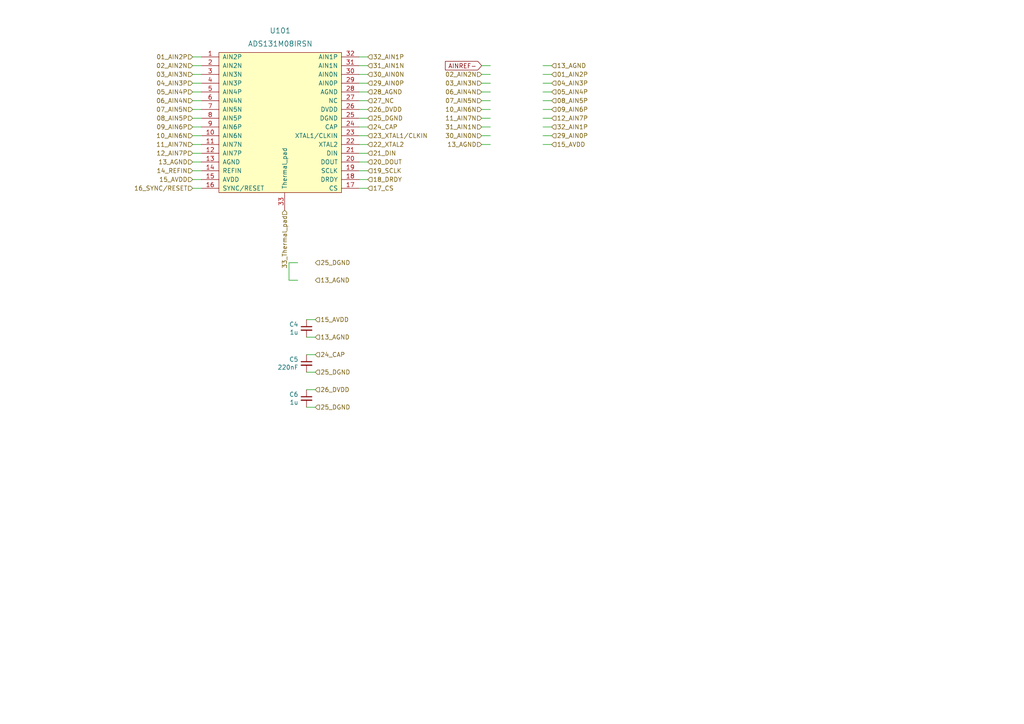
<source format=kicad_sch>
(kicad_sch (version 20210621) (generator eeschema)
  (paper "A4")
  (lib_symbols
    (symbol "FreeEEG32-ads131-rescue:C_Small-Device" (pin_numbers hide) (pin_names (offset 0.254) hide)
      (property "Reference" "C" (at 0.254 1.778 0))
      (property "Value" "C_Small-Device" (at 0.254 -2.032 0))
      (symbol "C_Small-Device_0_1"
        (polyline (pts (xy -1.524 -0.508) (xy 1.524 -0.508)) (stroke (width 0.3302)))
        (polyline (pts (xy -1.524 0.508) (xy 1.524 0.508)) (stroke (width 0.3048)))
      )
      (symbol "C_Small-Device_1_1"
        (pin passive line (at 0 2.54 270) (length 2.032) (name "~") (number "1"))
        (pin passive line (at 0 -2.54 90) (length 2.032) (name "~") (number "2"))
      )
    )
    (symbol "ads131:ADS131M08IPBS" (pin_names (offset 1.016))
      (property "Reference" "U?" (at -1.27 44.45 0))
      (property "Value" "ADS131M08IPBS" (at -1.27 40.64 0))
      (symbol "ADS131M08IPBS_0_1"
        (rectangle (start -19.05 39.37) (end 16.51 -1.27) (fill (type background)))
      )
      (symbol "ADS131M08IPBS_1_1"
        (pin input line (at -24.13 38.1 0) (length 5.08) (name "AIN2P") (number "1"))
        (pin input line (at -24.13 15.24 0) (length 5.08) (name "AIN6N") (number "10"))
        (pin input line (at -24.13 12.7 0) (length 5.08) (name "AIN7N") (number "11"))
        (pin input line (at -24.13 10.16 0) (length 5.08) (name "AIN7P") (number "12"))
        (pin input line (at -24.13 7.62 0) (length 5.08) (name "AGND") (number "13"))
        (pin input line (at -24.13 5.08 0) (length 5.08) (name "REFIN") (number "14"))
        (pin input line (at -24.13 2.54 0) (length 5.08) (name "AVDD") (number "15"))
        (pin input line (at -24.13 0 0) (length 5.08) (name "SYNC/RESET") (number "16"))
        (pin input line (at 21.59 0 180) (length 5.08) (name "CS") (number "17"))
        (pin input line (at 21.59 2.54 180) (length 5.08) (name "DRDY") (number "18"))
        (pin input line (at 21.59 5.08 180) (length 5.08) (name "SCLK") (number "19"))
        (pin input line (at -24.13 35.56 0) (length 5.08) (name "AIN2N") (number "2"))
        (pin input line (at 21.59 7.62 180) (length 5.08) (name "DOUT") (number "20"))
        (pin input line (at 21.59 10.16 180) (length 5.08) (name "DIN") (number "21"))
        (pin input line (at 21.59 12.7 180) (length 5.08) (name "XTAL2") (number "22"))
        (pin input line (at 21.59 15.24 180) (length 5.08) (name "XTAL1/CLKIN") (number "23"))
        (pin input line (at 21.59 17.78 180) (length 5.08) (name "CAP") (number "24"))
        (pin input line (at 21.59 20.32 180) (length 5.08) (name "DGND") (number "25"))
        (pin input line (at 21.59 22.86 180) (length 5.08) (name "DVDD") (number "26"))
        (pin input line (at 21.59 25.4 180) (length 5.08) (name "NC") (number "27"))
        (pin input line (at 21.59 27.94 180) (length 5.08) (name "AGND") (number "28"))
        (pin input line (at 21.59 30.48 180) (length 5.08) (name "AIN0P") (number "29"))
        (pin input line (at -24.13 33.02 0) (length 5.08) (name "AIN3N") (number "3"))
        (pin input line (at 21.59 33.02 180) (length 5.08) (name "AIN0N") (number "30"))
        (pin input line (at 21.59 35.56 180) (length 5.08) (name "AIN1N") (number "31"))
        (pin input line (at 21.59 38.1 180) (length 5.08) (name "AIN1P") (number "32"))
        (pin input line (at 0 -6.35 90) (length 5.08) (name "Thermal_pad") (number "33"))
        (pin input line (at -24.13 30.48 0) (length 5.08) (name "AIN3P") (number "4"))
        (pin input line (at -24.13 27.94 0) (length 5.08) (name "AIN4P") (number "5"))
        (pin input line (at -24.13 25.4 0) (length 5.08) (name "AIN4N") (number "6"))
        (pin input line (at -24.13 22.86 0) (length 5.08) (name "AIN5N") (number "7"))
        (pin input line (at -24.13 20.32 0) (length 5.08) (name "AIN5P") (number "8"))
        (pin input line (at -24.13 17.78 0) (length 5.08) (name "AIN6P") (number "9"))
      )
    )
  )
  (wire (pts (xy 55.88 16.51) (xy 58.42 16.51)))
  (wire (pts (xy 55.88 19.05) (xy 58.42 19.05)))
  (wire (pts (xy 55.88 21.59) (xy 58.42 21.59)))
  (wire (pts (xy 55.88 24.13) (xy 58.42 24.13)))
  (wire (pts (xy 55.88 29.21) (xy 58.42 29.21)))
  (wire (pts (xy 55.88 31.75) (xy 58.42 31.75)))
  (wire (pts (xy 55.88 34.29) (xy 58.42 34.29)))
  (wire (pts (xy 55.88 36.83) (xy 58.42 36.83)))
  (wire (pts (xy 55.88 39.37) (xy 58.42 39.37)))
  (wire (pts (xy 55.88 41.91) (xy 58.42 41.91)))
  (wire (pts (xy 55.88 44.45) (xy 58.42 44.45)))
  (wire (pts (xy 55.88 46.99) (xy 58.42 46.99)))
  (wire (pts (xy 55.88 49.53) (xy 58.42 49.53)))
  (wire (pts (xy 55.88 52.07) (xy 58.42 52.07)))
  (wire (pts (xy 55.88 54.61) (xy 58.42 54.61)))
  (wire (pts (xy 58.42 26.67) (xy 55.88 26.67)))
  (wire (pts (xy 83.82 76.2) (xy 83.82 81.28)))
  (wire (pts (xy 83.82 81.28) (xy 86.36 81.28)))
  (wire (pts (xy 86.36 76.2) (xy 83.82 76.2)))
  (wire (pts (xy 91.44 92.71) (xy 88.9 92.71)))
  (wire (pts (xy 91.44 97.79) (xy 88.9 97.79)))
  (wire (pts (xy 91.44 102.87) (xy 88.9 102.87)))
  (wire (pts (xy 91.44 107.95) (xy 88.9 107.95)))
  (wire (pts (xy 91.44 113.03) (xy 88.9 113.03)))
  (wire (pts (xy 91.44 118.11) (xy 88.9 118.11)))
  (wire (pts (xy 104.14 16.51) (xy 106.68 16.51)))
  (wire (pts (xy 104.14 19.05) (xy 106.68 19.05)))
  (wire (pts (xy 104.14 21.59) (xy 106.68 21.59)))
  (wire (pts (xy 104.14 24.13) (xy 106.68 24.13)))
  (wire (pts (xy 104.14 29.21) (xy 106.68 29.21)))
  (wire (pts (xy 104.14 31.75) (xy 106.68 31.75)))
  (wire (pts (xy 104.14 34.29) (xy 106.68 34.29)))
  (wire (pts (xy 104.14 36.83) (xy 106.68 36.83)))
  (wire (pts (xy 104.14 39.37) (xy 106.68 39.37)))
  (wire (pts (xy 104.14 41.91) (xy 106.68 41.91)))
  (wire (pts (xy 104.14 44.45) (xy 106.68 44.45)))
  (wire (pts (xy 104.14 46.99) (xy 106.68 46.99)))
  (wire (pts (xy 104.14 49.53) (xy 106.68 49.53)))
  (wire (pts (xy 104.14 52.07) (xy 106.68 52.07)))
  (wire (pts (xy 104.14 54.61) (xy 106.68 54.61)))
  (wire (pts (xy 106.68 26.67) (xy 104.14 26.67)))
  (wire (pts (xy 139.7 21.59) (xy 142.24 21.59)))
  (wire (pts (xy 139.7 24.13) (xy 142.24 24.13)))
  (wire (pts (xy 139.7 26.67) (xy 142.24 26.67)))
  (wire (pts (xy 139.7 29.21) (xy 142.24 29.21)))
  (wire (pts (xy 139.7 31.75) (xy 142.24 31.75)))
  (wire (pts (xy 139.7 34.29) (xy 142.24 34.29)))
  (wire (pts (xy 139.7 36.83) (xy 142.24 36.83)))
  (wire (pts (xy 139.7 39.37) (xy 142.24 39.37)))
  (wire (pts (xy 142.24 19.05) (xy 139.7 19.05)))
  (wire (pts (xy 142.24 41.91) (xy 139.7 41.91)))
  (wire (pts (xy 160.02 19.05) (xy 157.48 19.05)))
  (wire (pts (xy 160.02 21.59) (xy 157.48 21.59)))
  (wire (pts (xy 160.02 24.13) (xy 157.48 24.13)))
  (wire (pts (xy 160.02 26.67) (xy 157.48 26.67)))
  (wire (pts (xy 160.02 29.21) (xy 157.48 29.21)))
  (wire (pts (xy 160.02 31.75) (xy 157.48 31.75)))
  (wire (pts (xy 160.02 34.29) (xy 157.48 34.29)))
  (wire (pts (xy 160.02 36.83) (xy 157.48 36.83)))
  (wire (pts (xy 160.02 39.37) (xy 157.48 39.37)))
  (wire (pts (xy 160.02 41.91) (xy 157.48 41.91)))
  (global_label "AINREF-" (shape input) (at 139.7 19.05 180) (property "Intersheet References" "${INTERSHEET_REFS}" (effects hide)))
  (hierarchical_label "01_AIN2P" (shape input) (at 55.88 16.51 180))
  (hierarchical_label "02_AIN2N" (shape input) (at 55.88 19.05 180))
  (hierarchical_label "03_AIN3N" (shape input) (at 55.88 21.59 180))
  (hierarchical_label "04_AIN3P" (shape input) (at 55.88 24.13 180))
  (hierarchical_label "05_AIN4P" (shape input) (at 55.88 26.67 180))
  (hierarchical_label "06_AIN4N" (shape input) (at 55.88 29.21 180))
  (hierarchical_label "07_AIN5N" (shape input) (at 55.88 31.75 180))
  (hierarchical_label "08_AIN5P" (shape input) (at 55.88 34.29 180))
  (hierarchical_label "09_AIN6P" (shape input) (at 55.88 36.83 180))
  (hierarchical_label "10_AIN6N" (shape input) (at 55.88 39.37 180))
  (hierarchical_label "11_AIN7N" (shape input) (at 55.88 41.91 180))
  (hierarchical_label "12_AIN7P" (shape input) (at 55.88 44.45 180))
  (hierarchical_label "13_AGND" (shape input) (at 55.88 46.99 180))
  (hierarchical_label "14_REFIN" (shape input) (at 55.88 49.53 180))
  (hierarchical_label "15_AVDD" (shape input) (at 55.88 52.07 180))
  (hierarchical_label "16_SYNC{slash}RESET" (shape input) (at 55.88 54.61 180))
  (hierarchical_label "33_Thermal_pad" (shape input) (at 82.55 60.96 270))
  (hierarchical_label "25_DGND" (shape input) (at 91.44 76.2 0))
  (hierarchical_label "13_AGND" (shape input) (at 91.44 81.28 0))
  (hierarchical_label "15_AVDD" (shape input) (at 91.44 92.71 0))
  (hierarchical_label "13_AGND" (shape input) (at 91.44 97.79 0))
  (hierarchical_label "24_CAP" (shape input) (at 91.44 102.87 0))
  (hierarchical_label "25_DGND" (shape input) (at 91.44 107.95 0))
  (hierarchical_label "26_DVDD" (shape input) (at 91.44 113.03 0))
  (hierarchical_label "25_DGND" (shape input) (at 91.44 118.11 0))
  (hierarchical_label "32_AIN1P" (shape input) (at 106.68 16.51 0))
  (hierarchical_label "31_AIN1N" (shape input) (at 106.68 19.05 0))
  (hierarchical_label "30_AIN0N" (shape input) (at 106.68 21.59 0))
  (hierarchical_label "29_AIN0P" (shape input) (at 106.68 24.13 0))
  (hierarchical_label "28_AGND" (shape input) (at 106.68 26.67 0))
  (hierarchical_label "27_NC" (shape input) (at 106.68 29.21 0))
  (hierarchical_label "26_DVDD" (shape input) (at 106.68 31.75 0))
  (hierarchical_label "25_DGND" (shape input) (at 106.68 34.29 0))
  (hierarchical_label "24_CAP" (shape input) (at 106.68 36.83 0))
  (hierarchical_label "23_XTAL1{slash}CLKIN" (shape input) (at 106.68 39.37 0))
  (hierarchical_label "22_XTAL2" (shape input) (at 106.68 41.91 0))
  (hierarchical_label "21_DIN" (shape input) (at 106.68 44.45 0))
  (hierarchical_label "20_DOUT" (shape input) (at 106.68 46.99 0))
  (hierarchical_label "19_SCLK" (shape input) (at 106.68 49.53 0))
  (hierarchical_label "18_DRDY" (shape input) (at 106.68 52.07 0))
  (hierarchical_label "17_CS" (shape input) (at 106.68 54.61 0))
  (hierarchical_label "02_AIN2N" (shape input) (at 139.7 21.59 180))
  (hierarchical_label "03_AIN3N" (shape input) (at 139.7 24.13 180))
  (hierarchical_label "06_AIN4N" (shape input) (at 139.7 26.67 180))
  (hierarchical_label "07_AIN5N" (shape input) (at 139.7 29.21 180))
  (hierarchical_label "10_AIN6N" (shape input) (at 139.7 31.75 180))
  (hierarchical_label "11_AIN7N" (shape input) (at 139.7 34.29 180))
  (hierarchical_label "31_AIN1N" (shape input) (at 139.7 36.83 180))
  (hierarchical_label "30_AIN0N" (shape input) (at 139.7 39.37 180))
  (hierarchical_label "13_AGND" (shape input) (at 139.7 41.91 180))
  (hierarchical_label "13_AGND" (shape input) (at 160.02 19.05 0))
  (hierarchical_label "01_AIN2P" (shape input) (at 160.02 21.59 0))
  (hierarchical_label "04_AIN3P" (shape input) (at 160.02 24.13 0))
  (hierarchical_label "05_AIN4P" (shape input) (at 160.02 26.67 0))
  (hierarchical_label "08_AIN5P" (shape input) (at 160.02 29.21 0))
  (hierarchical_label "09_AIN6P" (shape input) (at 160.02 31.75 0))
  (hierarchical_label "12_AIN7P" (shape input) (at 160.02 34.29 0))
  (hierarchical_label "32_AIN1P" (shape input) (at 160.02 36.83 0))
  (hierarchical_label "29_AIN0P" (shape input) (at 160.02 39.37 0))
  (hierarchical_label "15_AVDD" (shape input) (at 160.02 41.91 0))
  (symbol (lib_id "FreeEEG32-ads131-rescue:C_Small-Device") (at 88.9 95.25 0) (mirror y) (unit 1)
    (property "Reference" "C4" (at 86.5632 94.0816 0) (effects (justify left)))
    (property "Value" "1u" (at 86.5632 96.393 0) (effects (justify left)))
    (property "Footprint" "Capacitor_SMD:C_0402_1005Metric" (effects hide))
    (property "Datasheet" "C0G" (effects hide))
    (property "MNP" "CL05A105KO5NNNC" (effects hide))
  )
  (symbol (lib_id "FreeEEG32-ads131-rescue:C_Small-Device") (at 88.9 105.41 0) (mirror y) (unit 1)
    (property "Reference" "C5" (at 86.5632 104.2416 0) (effects (justify left)))
    (property "Value" "220nF" (at 86.5632 106.553 0) (effects (justify left)))
    (property "Footprint" "Capacitor_SMD:C_0402_1005Metric" (effects hide))
    (property "Datasheet" "X7R, not Y5V" (effects hide))
    (property "MNP" "CL05A105KO5NNNC" (effects hide))
  )
  (symbol (lib_id "FreeEEG32-ads131-rescue:C_Small-Device") (at 88.9 115.57 0) (mirror y) (unit 1)
    (property "Reference" "C6" (at 86.5632 114.4016 0) (effects (justify left)))
    (property "Value" "1u" (at 86.5632 116.713 0) (effects (justify left)))
    (property "Footprint" "Capacitor_SMD:C_0402_1005Metric" (effects hide))
    (property "Datasheet" "X7R, not Y5V" (effects hide))
    (property "MNP" "CL05A105KO5NNNC" (effects hide))
  )
  (symbol (lib_id "ads131:ADS131M08IPBS") (at 82.55 54.61 0) (unit 1)
    (property "Reference" "U101" (at 81.28 8.89 0) (effects (font (size 1.524 1.524))))
    (property "Value" "ADS131M08IRSN" (at 81.28 12.7 0) (effects (font (size 1.524 1.524))))
    (property "Footprint" "Package_DFN_QFN:QFN-32-1EP_4x4mm_P0.4mm_EP2.65x2.65mm_ThermalVias" (effects hide))
    (property "MNP" "AD7771BCPZ" (effects hide))
    (property "Manufacturer" "Analog Devices" (effects hide))
  )
)
</source>
